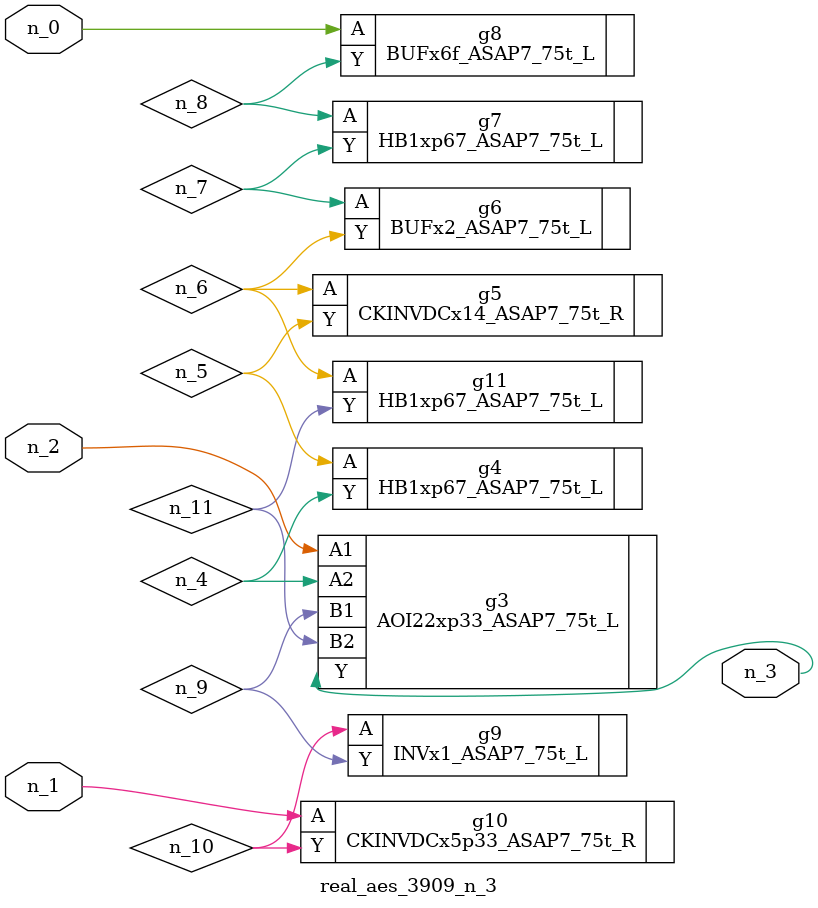
<source format=v>
module real_aes_3909_n_3 (n_0, n_2, n_1, n_3);
input n_0;
input n_2;
input n_1;
output n_3;
wire n_4;
wire n_5;
wire n_7;
wire n_9;
wire n_6;
wire n_8;
wire n_10;
wire n_11;
BUFx6f_ASAP7_75t_L g8 ( .A(n_0), .Y(n_8) );
CKINVDCx5p33_ASAP7_75t_R g10 ( .A(n_1), .Y(n_10) );
AOI22xp33_ASAP7_75t_L g3 ( .A1(n_2), .A2(n_4), .B1(n_9), .B2(n_11), .Y(n_3) );
HB1xp67_ASAP7_75t_L g4 ( .A(n_5), .Y(n_4) );
CKINVDCx14_ASAP7_75t_R g5 ( .A(n_6), .Y(n_5) );
HB1xp67_ASAP7_75t_L g11 ( .A(n_6), .Y(n_11) );
BUFx2_ASAP7_75t_L g6 ( .A(n_7), .Y(n_6) );
HB1xp67_ASAP7_75t_L g7 ( .A(n_8), .Y(n_7) );
INVx1_ASAP7_75t_L g9 ( .A(n_10), .Y(n_9) );
endmodule
</source>
